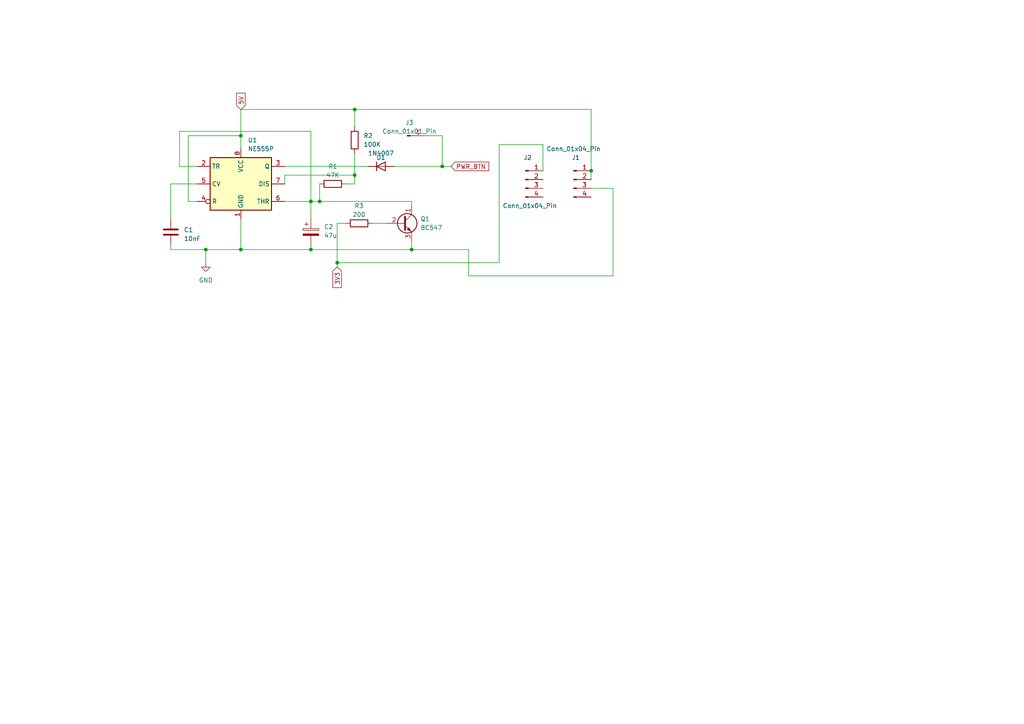
<source format=kicad_sch>
(kicad_sch (version 20230121) (generator eeschema)
  (paper "A4")
  (lib_symbols
    (symbol "Conn_01x04_Pin_1" (pin_names (offset 1.016) hide)
      (property "Reference" "J" (at 0 5.08 0))
      (property "Value" "Conn_01x04_Pin" (at 0 -7.62 0))
      (symbol "Conn_01x04_Pin_1_1_1"
        (polyline (pts (xy 1.27 -5.08) (xy 0.8636 -5.08)) (stroke (width 0.1524)))
        (polyline (pts (xy 1.27 -2.54) (xy 0.8636 -2.54)) (stroke (width 0.1524)))
        (polyline (pts (xy 1.27 0) (xy 0.8636 0)) (stroke (width 0.1524)))
        (polyline (pts (xy 1.27 2.54) (xy 0.8636 2.54)) (stroke (width 0.1524)))
        (rectangle (start 0.8636 -4.953) (end 0 -5.207) (stroke (width 0.1524)) (fill (type outline)))
        (rectangle (start 0.8636 -2.413) (end 0 -2.667) (stroke (width 0.1524)) (fill (type outline)))
        (rectangle (start 0.8636 0.127) (end 0 -0.127) (stroke (width 0.1524)) (fill (type outline)))
        (rectangle (start 0.8636 2.667) (end 0 2.413) (stroke (width 0.1524)) (fill (type outline)))
        (pin passive line (at 5.08 2.54 180) (length 3.81) (name "Pin_1") (number "1"))
        (pin passive line (at 5.08 0 180) (length 3.81) (name "Pin_2") (number "2"))
        (pin passive line (at 5.08 -2.54 180) (length 3.81) (name "Pin_3") (number "3") (alternate "" input line))
        (pin passive line (at 5.08 -5.08 180) (length 3.81) (name "Pin_4") (number "4"))
      )
    )
    (symbol "Connector:Conn_01x01_Pin" (pin_names (offset 1.016) hide)
      (property "Reference" "J" (at 0 2.54 0))
      (property "Value" "Conn_01x01_Pin" (at 0 -2.54 0))
      (symbol "Conn_01x01_Pin_1_1"
        (polyline (pts (xy 1.27 0) (xy 0.8636 0)) (stroke (width 0.1524)))
        (rectangle (start 0.8636 0.127) (end 0 -0.127) (stroke (width 0.1524)) (fill (type outline)))
        (pin passive line (at 5.08 0 180) (length 3.81) (name "Pin_1") (number "1"))
      )
    )
    (symbol "Connector:Conn_01x04_Pin" (pin_names (offset 1.016) hide)
      (property "Reference" "J" (at 0 5.08 0))
      (property "Value" "Conn_01x04_Pin" (at 0 -7.62 0))
      (symbol "Conn_01x04_Pin_1_1"
        (polyline (pts (xy 1.27 -5.08) (xy 0.8636 -5.08)) (stroke (width 0.1524)))
        (polyline (pts (xy 1.27 -2.54) (xy 0.8636 -2.54)) (stroke (width 0.1524)))
        (polyline (pts (xy 1.27 0) (xy 0.8636 0)) (stroke (width 0.1524)))
        (polyline (pts (xy 1.27 2.54) (xy 0.8636 2.54)) (stroke (width 0.1524)))
        (rectangle (start 0.8636 -4.953) (end 0 -5.207) (stroke (width 0.1524)) (fill (type outline)))
        (rectangle (start 0.8636 -2.413) (end 0 -2.667) (stroke (width 0.1524)) (fill (type outline)))
        (rectangle (start 0.8636 0.127) (end 0 -0.127) (stroke (width 0.1524)) (fill (type outline)))
        (rectangle (start 0.8636 2.667) (end 0 2.413) (stroke (width 0.1524)) (fill (type outline)))
        (pin passive line (at 5.08 2.54 180) (length 3.81) (name "Pin_1") (number "1"))
        (pin passive line (at 5.08 0 180) (length 3.81) (name "Pin_2") (number "2"))
        (pin passive line (at 5.08 -2.54 180) (length 3.81) (name "Pin_3") (number "3"))
        (pin passive line (at 5.08 -5.08 180) (length 3.81) (name "Pin_4") (number "4"))
      )
    )
    (symbol "Device:C" (pin_numbers hide) (pin_names (offset 0.254))
      (property "Reference" "C" (at 0.635 2.54 0))
      (property "Value" "C" (at 0.635 -2.54 0))
      (symbol "C_0_1"
        (polyline (pts (xy -2.032 -0.762) (xy 2.032 -0.762)) (stroke (width 0.508)))
        (polyline (pts (xy -2.032 0.762) (xy 2.032 0.762)) (stroke (width 0.508)))
      )
      (symbol "C_1_1"
        (pin passive line (at 0 3.81 270) (length 2.794) (name "~") (number "1"))
        (pin passive line (at 0 -3.81 90) (length 2.794) (name "~") (number "2"))
      )
    )
    (symbol "Device:C_Polarized" (pin_numbers hide) (pin_names (offset 0.254))
      (property "Reference" "C" (at 0.635 2.54 0))
      (property "Value" "C_Polarized" (at 0.635 -2.54 0))
      (symbol "C_Polarized_0_1"
        (rectangle (start -2.286 0.508) (end 2.286 1.016))
        (polyline (pts (xy -1.778 2.286) (xy -0.762 2.286)))
        (polyline (pts (xy -1.27 2.794) (xy -1.27 1.778)))
        (rectangle (start 2.286 -0.508) (end -2.286 -1.016) (fill (type outline)))
      )
      (symbol "C_Polarized_1_1"
        (pin passive line (at 0 3.81 270) (length 2.794) (name "~") (number "1"))
        (pin passive line (at 0 -3.81 90) (length 2.794) (name "~") (number "2"))
      )
    )
    (symbol "Device:R" (pin_numbers hide) (pin_names (offset 0))
      (property "Reference" "R" (at 2.032 0 90))
      (property "Value" "R" (at 0 0 90))
      (symbol "R_0_1"
        (rectangle (start -1.016 -2.54) (end 1.016 2.54) (stroke (width 0.254)))
      )
      (symbol "R_1_1"
        (pin passive line (at 0 3.81 270) (length 1.27) (name "~") (number "1"))
        (pin passive line (at 0 -3.81 90) (length 1.27) (name "~") (number "2"))
      )
    )
    (symbol "Diode:1N4007" (pin_numbers hide) (pin_names hide)
      (property "Reference" "D" (at 0 2.54 0))
      (property "Value" "1N4007" (at 0 -2.54 0))
      (symbol "1N4007_0_1"
        (polyline (pts (xy -1.27 1.27) (xy -1.27 -1.27)) (stroke (width 0.254)))
        (polyline (pts (xy 1.27 0) (xy -1.27 0)))
        (polyline (pts (xy 1.27 1.27) (xy 1.27 -1.27) (xy -1.27 0) (xy 1.27 1.27)) (stroke (width 0.254)))
      )
      (symbol "1N4007_1_1"
        (pin passive line (at -3.81 0 0) (length 2.54) (name "K") (number "1"))
        (pin passive line (at 3.81 0 180) (length 2.54) (name "A") (number "2"))
      )
    )
    (symbol "Timer:NE555P"
      (property "Reference" "U" (at -10.16 8.89 0))
      (property "Value" "NE555P" (at 2.54 8.89 0))
      (symbol "NE555P_0_0"
        (pin power_in line (at 0 -10.16 90) (length 2.54) (name "GND") (number "1"))
        (pin power_in line (at 0 10.16 270) (length 2.54) (name "VCC") (number "8"))
      )
      (symbol "NE555P_0_1"
        (rectangle (start -8.89 -7.62) (end 8.89 7.62) (stroke (width 0.254)) (fill (type background)))
        (rectangle (start -8.89 -7.62) (end 8.89 7.62) (stroke (width 0.254)) (fill (type background)))
      )
      (symbol "NE555P_1_1"
        (pin input line (at -12.7 5.08 0) (length 3.81) (name "TR") (number "2"))
        (pin output line (at 12.7 5.08 180) (length 3.81) (name "Q") (number "3"))
        (pin input inverted (at -12.7 -5.08 0) (length 3.81) (name "R") (number "4"))
        (pin input line (at -12.7 0 0) (length 3.81) (name "CV") (number "5"))
        (pin input line (at 12.7 -5.08 180) (length 3.81) (name "THR") (number "6"))
        (pin input line (at 12.7 0 180) (length 3.81) (name "DIS") (number "7"))
      )
    )
    (symbol "Transistor_BJT:BC547" (pin_names (offset 0) hide)
      (property "Reference" "Q" (at 5.08 1.905 0))
      (property "Value" "BC547" (at 5.08 0 0))
      (symbol "BC547_0_1"
        (polyline (pts (xy 0 0) (xy 0.635 0)))
        (polyline (pts (xy 0.635 0.635) (xy 2.54 2.54)))
        (polyline (pts (xy 0.635 -0.635) (xy 2.54 -2.54) (xy 2.54 -2.54)))
        (polyline (pts (xy 0.635 1.905) (xy 0.635 -1.905) (xy 0.635 -1.905)) (stroke (width 0.508)))
        (polyline (pts (xy 1.27 -1.778) (xy 1.778 -1.27) (xy 2.286 -2.286) (xy 1.27 -1.778) (xy 1.27 -1.778)) (fill (type outline)))
        (circle (center 1.27 0) (radius 2.8194) (stroke (width 0.254)))
      )
      (symbol "BC547_1_1"
        (pin passive line (at 2.54 5.08 270) (length 2.54) (name "C") (number "1"))
        (pin input line (at -5.08 0 0) (length 5.08) (name "B") (number "2"))
        (pin passive line (at 2.54 -5.08 90) (length 2.54) (name "E") (number "3"))
      )
    )
    (symbol "power:GND" (power) (pin_names (offset 0))
      (property "Value" "GND" (at 0 -3.81 0))
      (symbol "GND_0_1"
        (polyline (pts (xy 0 0) (xy 0 -1.27) (xy 1.27 -1.27) (xy 0 -2.54) (xy -1.27 -1.27) (xy 0 -1.27)))
      )
      (symbol "GND_1_1"
        (pin power_in line (at 0 0 270) (length 0) hide (name "GND") (number "1"))
      )
    )
  )
  (junction (at 97.79 76.2))
  (junction (at 90.17 58.42))
  (junction (at 102.87 50.8))
  (junction (at 102.87 31.75))
  (junction (at 92.71 58.42))
  (junction (at 59.69 72.39))
  (junction (at 171.45 49.53))
  (junction (at 128.27 48.26))
  (junction (at 119.38 72.39))
  (junction (at 69.85 39.37))
  (junction (at 90.17 72.39))
  (junction (at 69.85 72.39))
  (wire (pts (xy 92.71 53.34) (xy 92.71 58.42)))
  (wire (pts (xy 100.33 53.34) (xy 102.87 53.34)))
  (wire (pts (xy 114.3 48.26) (xy 128.27 48.26)))
  (wire (pts (xy 102.87 44.45) (xy 102.87 50.8)))
  (wire (pts (xy 90.17 58.42) (xy 90.17 63.5)))
  (wire (pts (xy 82.55 48.26) (xy 106.68 48.26)))
  (wire (pts (xy 57.15 53.34) (xy 49.53 53.34)))
  (wire (pts (xy 69.85 39.37) (xy 69.85 31.75)))
  (wire (pts (xy 177.8 54.61) (xy 177.8 80.01)))
  (wire (pts (xy 171.45 31.75) (xy 102.87 31.75)))
  (wire (pts (xy 92.71 58.42) (xy 119.38 58.42)))
  (wire (pts (xy 102.87 53.34) (xy 102.87 50.8)))
  (wire (pts (xy 57.15 58.42) (xy 54.61 58.42)))
  (wire (pts (xy 97.79 76.2) (xy 144.78 76.2)))
  (wire (pts (xy 59.69 72.39) (xy 49.53 72.39)))
  (wire (pts (xy 119.38 72.39) (xy 90.17 72.39)))
  (wire (pts (xy 119.38 69.85) (xy 119.38 72.39)))
  (wire (pts (xy 102.87 50.8) (xy 82.55 50.8)))
  (wire (pts (xy 59.69 72.39) (xy 59.69 76.2)))
  (wire (pts (xy 69.85 63.5) (xy 69.85 72.39)))
  (wire (pts (xy 128.27 48.26) (xy 130.81 48.26)))
  (wire (pts (xy 119.38 59.69) (xy 119.38 58.42)))
  (wire (pts (xy 49.53 53.34) (xy 49.53 63.5)))
  (wire (pts (xy 157.48 49.53) (xy 157.48 41.91)))
  (wire (pts (xy 135.89 72.39) (xy 119.38 72.39)))
  (wire (pts (xy 128.27 39.37) (xy 128.27 48.26)))
  (wire (pts (xy 52.07 48.26) (xy 57.15 48.26)))
  (wire (pts (xy 177.8 80.01) (xy 135.89 80.01)))
  (wire (pts (xy 100.33 64.77) (xy 97.79 64.77)))
  (wire (pts (xy 69.85 31.75) (xy 102.87 31.75)))
  (wire (pts (xy 171.45 49.53) (xy 171.45 31.75)))
  (wire (pts (xy 69.85 72.39) (xy 59.69 72.39)))
  (wire (pts (xy 97.79 64.77) (xy 97.79 76.2)))
  (wire (pts (xy 97.79 76.2) (xy 97.79 77.47)))
  (wire (pts (xy 144.78 41.91) (xy 144.78 76.2)))
  (wire (pts (xy 90.17 38.1) (xy 52.07 38.1)))
  (wire (pts (xy 123.19 39.37) (xy 128.27 39.37)))
  (wire (pts (xy 49.53 72.39) (xy 49.53 71.12)))
  (wire (pts (xy 102.87 31.75) (xy 102.87 36.83)))
  (wire (pts (xy 171.45 49.53) (xy 171.45 52.07)))
  (wire (pts (xy 52.07 38.1) (xy 52.07 48.26)))
  (wire (pts (xy 90.17 58.42) (xy 90.17 38.1)))
  (wire (pts (xy 82.55 50.8) (xy 82.55 53.34)))
  (wire (pts (xy 107.95 64.77) (xy 111.76 64.77)))
  (wire (pts (xy 82.55 58.42) (xy 90.17 58.42)))
  (wire (pts (xy 54.61 39.37) (xy 54.61 58.42)))
  (wire (pts (xy 171.45 54.61) (xy 177.8 54.61)))
  (wire (pts (xy 54.61 39.37) (xy 69.85 39.37)))
  (wire (pts (xy 90.17 71.12) (xy 90.17 72.39)))
  (wire (pts (xy 69.85 72.39) (xy 90.17 72.39)))
  (wire (pts (xy 69.85 39.37) (xy 69.85 43.18)))
  (wire (pts (xy 157.48 41.91) (xy 144.78 41.91)))
  (wire (pts (xy 90.17 58.42) (xy 92.71 58.42)))
  (wire (pts (xy 135.89 80.01) (xy 135.89 72.39)))
  (global_label "5V" (shape input) (at 69.85 31.75 90) (property "Intersheetrefs" "${INTERSHEET_REFS}" (effects hide)) (property "Riferimenti inter-foglio" "${INTERSHEET_REFS}" (effects hide)))
  (global_label "3V3" (shape input) (at 97.79 77.47 270) (property "Intersheetrefs" "${INTERSHEET_REFS}" (effects hide)) (property "Riferimenti inter-foglio" "${INTERSHEET_REFS}" (effects hide)))
  (global_label "PWR_BTN" (shape input) (at 130.81 48.26 0) (property "Intersheetrefs" "${INTERSHEET_REFS}" (effects hide)) (property "Riferimenti inter-foglio" "${INTERSHEET_REFS}" (effects hide)))
  (symbol (lib_id "Timer:NE555P") (at 69.85 53.34 0) (unit 1)
    (property "Reference" "U1" (at 71.8694 40.64 0) (effects (justify left)))
    (property "Value" "NE555P" (at 71.8694 43.18 0) (effects (justify left)))
    (property "Footprint" "Package_DIP:DIP-8_W7.62mm" (effects hide))
    (property "Datasheet" "http://www.ti.com/lit/ds/symlink/ne555.pdf" (effects hide))
  )
  (symbol (lib_id "Device:C_Polarized") (at 90.17 67.31 0) (unit 1)
    (property "Reference" "C2" (at 93.98 65.786 0) (effects (justify left)))
    (property "Value" "47u" (at 93.98 68.326 0) (effects (justify left)))
    (property "Footprint" "Capacitor_THT:CP_Radial_D6.3mm_P2.50mm" (effects hide))
  )
  (symbol (lib_id "Transistor_BJT:BC547") (at 116.84 64.77 0) (unit 1)
    (property "Reference" "Q1" (at 121.92 63.4999 0) (effects (justify left)))
    (property "Value" "BC547" (at 121.92 66.0399 0) (effects (justify left)))
    (property "Footprint" "Package_TO_SOT_THT:TO-92_Inline" (effects hide))
    (property "Datasheet" "https://www.onsemi.com/pub/Collateral/BC550-D.pdf" (effects hide))
  )
  (symbol (lib_id "Connector:Conn_01x01_Pin") (at 118.11 39.37 0) (unit 1)
    (property "Reference" "J3" (at 118.745 35.56 0))
    (property "Value" "Conn_01x01_Pin" (at 118.745 38.1 0))
    (property "Footprint" "Connector_PinHeader_2.54mm:PinHeader_1x01_P2.54mm_Horizontal" (effects hide))
  )
  (symbol (lib_id "Device:R") (at 96.52 53.34 90) (unit 1)
    (property "Reference" "R1" (at 96.52 48.26 90))
    (property "Value" "47K" (at 96.52 50.8 90))
    (property "Footprint" "Resistor_THT:R_Axial_DIN0207_L6.3mm_D2.5mm_P10.16mm_Horizontal" (effects hide))
  )
  (symbol (lib_id "power:GND") (at 59.69 76.2 0) (unit 1)
    (property "Reference" "#PWR01" (effects hide))
    (property "Value" "GND" (at 59.69 81.28 0))
  )
  (symbol (lib_id "Diode:1N4007") (at 110.49 48.26 0) (unit 1)
    (property "Reference" "D1" (at 110.49 45.72 0))
    (property "Value" "1N4007" (at 110.49 44.45 0))
    (property "Footprint" "Diode_THT:D_DO-41_SOD81_P10.16mm_Horizontal" (effects hide))
    (property "Datasheet" "http://www.vishay.com/docs/88503/1n4001.pdf" (effects hide))
  )
  (symbol (lib_name "Conn_01x04_Pin_1") (lib_id "Connector:Conn_01x04_Pin") (at 152.4 52.07 0) (unit 1)
    (property "Reference" "J2" (at 153.035 45.72 0))
    (property "Value" "Conn_01x04_Pin" (at 153.67 59.69 0))
    (property "Footprint" "Connector_PinHeader_2.54mm:PinHeader_1x04_P2.54mm_Vertical" (effects hide))
  )
  (symbol (lib_id "Device:R") (at 104.14 64.77 90) (unit 1)
    (property "Reference" "R3" (at 104.14 59.69 90))
    (property "Value" "200" (at 104.14 62.23 90))
    (property "Footprint" "Resistor_THT:R_Axial_DIN0207_L6.3mm_D2.5mm_P10.16mm_Horizontal" (effects hide))
  )
  (symbol (lib_id "Device:R") (at 102.87 40.64 0) (unit 1)
    (property "Reference" "R2" (at 105.41 39.3699 0) (effects (justify left)))
    (property "Value" "100K" (at 105.41 41.9099 0) (effects (justify left)))
    (property "Footprint" "Resistor_THT:R_Axial_DIN0207_L6.3mm_D2.5mm_P10.16mm_Horizontal" (effects hide))
  )
  (symbol (lib_id "Connector:Conn_01x04_Pin") (at 166.37 52.07 0) (unit 1)
    (property "Reference" "J1" (at 167.005 45.72 0))
    (property "Value" "Conn_01x04_Pin" (at 166.37 43.18 0))
    (property "Footprint" "Connector_PinHeader_2.54mm:PinHeader_1x04_P2.54mm_Vertical" (effects hide))
  )
  (symbol (lib_id "Device:C") (at 49.53 67.31 0) (unit 1)
    (property "Reference" "C1" (at 53.34 66.675 0) (effects (justify left)))
    (property "Value" "10nF" (at 53.34 69.215 0) (effects (justify left)))
    (property "Footprint" "Capacitor_THT:C_Rect_L7.2mm_W3.5mm_P5.00mm_FKS2_FKP2_MKS2_MKP2" (effects hide))
  )
)
</source>
